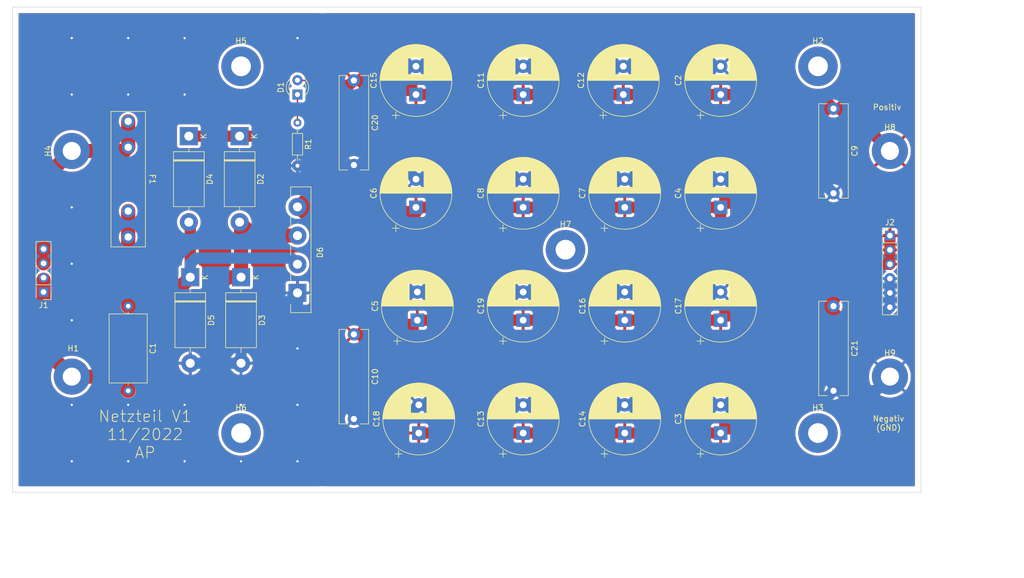
<source format=kicad_pcb>
(kicad_pcb (version 20240108) (generator "pcbnew") (generator_version "8.0")
  (title_block (title "Netzteilplatine") (date "2022-11-05") (rev "V1"))
  (layers (0 "F.Cu" signal) (31 "B.Cu" signal) (34 "B.Paste" user) (35 "F.Paste" user) (36 "B.SilkS" user "B.Silkscreen") (37 "F.SilkS" user "F.Silkscreen") (38 "B.Mask" user) (39 "F.Mask" user) (44 "Edge.Cuts" user))
  (net 0 "")
  (net 1 "Net-(C1-Pad1)")
  (net 2 "Net-(C1-Pad2)")
  (net 3 "VCC")
  (net 4 "GND")
  (net 5 "Net-(D1-Pad1)")
  (net 6 "Net-(F1-Pad1)")
  (footprint "Capacitor_THT:CP_Radial_D12.5mm_P5.00mm" (layer "F.Cu") (at 135 80 90)
    (property "Reference" "C19" (at 2.5 -7.5 90) (layer "F.SilkS"))
    (property "Value" "C_Polarized")
    (pad "1" thru_hole rect (at 0 0 90) (size 2.4 2.4) (drill 1.2) (layers "*.Cu" "*.Mask") (net 3 "VCC"))
    (pad "2" thru_hole circle (at 5 0 90) (size 2.4 2.4) (drill 1.2) (layers "*.Cu" "*.Mask") (net 4 "GND"))
  )
  (footprint "Capacitor_THT:CP_Radial_D12.5mm_P5.00mm" (layer "F.Cu") (at 170 100 90)
    (property "Reference" "C3" (at 2.5 -7.5 90) (layer "F.SilkS"))
    (property "Value" "C_Polarized")
    (pad "1" thru_hole rect (at 0 0 90) (size 2.4 2.4) (drill 1.2) (layers "*.Cu" "*.Mask") (net 3 "VCC"))
    (pad "2" thru_hole circle (at 5 0 90) (size 2.4 2.4) (drill 1.2) (layers "*.Cu" "*.Mask") (net 4 "GND"))
  )
  (footprint "Capacitor_THT:C_Rect_L16.5mm_W5.0mm_P15.00mm_MKT" (layer "F.Cu") (at 190 77.5 -90)
    (property "Reference" "C21" (at 7.5 -3.75 -90) (layer "F.SilkS"))
    (property "Value" "C_Polarized")
    (pad "1" thru_hole circle (at 0 0 270) (size 2.2 2.2) (drill 1.1) (layers "*.Cu" "*.Mask") (net 3 "VCC"))
    (pad "2" thru_hole circle (at 15 0 270) (size 2.2 2.2) (drill 1.1) (layers "*.Cu" "*.Mask") (net 4 "GND"))
  )
  (footprint "Diode_THT:D_DO-201AD_P15.24mm_Horizontal" (layer "F.Cu") (at 76 72.38 -90)
    (property "Reference" "D5" (at 7.62 -3.72 90) (layer "F.SilkS"))
    (property "Value" "1N5408")
    (fp_text user "K" (at 0 -2.6 90) (layer "F.SilkS"))
    (pad "1" thru_hole rect (at 0 0 270) (size 3.2 3.2) (drill 1.6) (layers "*.Cu" "*.Mask") (net 1 "Net-(C1-Pad1)"))
    (pad "2" thru_hole oval (at 15.24 0 270) (size 3.2 3.2) (drill 1.6) (layers "*.Cu" "*.Mask") (net 4 "GND"))
  )
  (footprint "Capacitor_THT:CP_Radial_D12.5mm_P5.00mm" (layer "F.Cu") (at 116.5 100 90)
    (property "Reference" "C18" (at 2.5 -7.5 90) (layer "F.SilkS"))
    (property "Value" "C_Polarized")
    (pad "1" thru_hole rect (at 0 0 90) (size 2.4 2.4) (drill 1.2) (layers "*.Cu" "*.Mask") (net 3 "VCC"))
    (pad "2" thru_hole circle (at 5 0 90) (size 2.4 2.4) (drill 1.2) (layers "*.Cu" "*.Mask") (net 4 "GND"))
  )
  (footprint "MountingHole:MountingHole_3.2mm_M3_Pad_TopBottom" (layer "F.Cu") (at 200 50)
    (property "Reference" "H8" (at 0 -4.2 0) (layer "F.SilkS"))
    (property "Value" "MountingHole_Pad")
    (pad "1" thru_hole circle (at 0 0) (size 3.6 3.6) (drill 3.2) (layers "*.Cu" "*.Mask") (net 3 "VCC"))
    (pad "1" connect circle (at 0 0) (size 6.4 6.4) (layers "F.Cu" "F.Mask") (net 3 "VCC"))
    (pad "1" connect circle (at 0 0) (size 6.4 6.4) (layers "B.Cu" "B.Mask") (net 3 "VCC"))
  )
  (footprint "Diode_THT:Diode_Bridge_Vishay_GBU" (layer "F.Cu") (at 95 75.16 90)
    (property "Reference" "D6" (at 7.16 4 90) (layer "F.SilkS"))
    (property "Value" "D_Bridge_-AA+")
    (pad "1" thru_hole rect (at 0 0 90) (size 3.2 3.2) (drill 1.6) (layers "*.Cu" "*.Mask") (net 4 "GND"))
    (pad "2" thru_hole circle (at 5.08 0 90) (size 3.2 3.2) (drill 1.6) (layers "*.Cu" "*.Mask") (net 1 "Net-(C1-Pad1)"))
    (pad "3" thru_hole circle (at 10.16 0 90) (size 3.2 3.2) (drill 1.6) (layers "*.Cu" "*.Mask") (net 2 "Net-(C1-Pad2)"))
    (pad "4" thru_hole circle (at 15.24 0 90) (size 3.2 3.2) (drill 1.6) (layers "*.Cu" "*.Mask") (net 3 "VCC"))
  )
  (footprint "Diode_THT:D_DO-201AD_P15.24mm_Horizontal" (layer "F.Cu") (at 84.75 47.38 -90)
    (property "Reference" "D2" (at 7.62 -3.72 90) (layer "F.SilkS"))
    (property "Value" "1N5408")
    (fp_text user "K" (at 0 -2.6 90) (layer "F.SilkS"))
    (pad "1" thru_hole rect (at 0 0 270) (size 3.2 3.2) (drill 1.6) (layers "*.Cu" "*.Mask") (net 3 "VCC"))
    (pad "2" thru_hole oval (at 15.24 0 270) (size 3.2 3.2) (drill 1.6) (layers "*.Cu" "*.Mask") (net 2 "Net-(C1-Pad2)"))
  )
  (footprint "Connector_PinHeader_2.54mm:PinHeader_1x06_P2.54mm_Vertical" (layer "F.Cu") (at 200 65)
    (property "Reference" "J2" (at 0 -2.33 0) (layer "F.SilkS"))
    (property "Value" "Conn_01x06_Female")
    (pad "1" thru_hole rect (at 0 0) (size 1.7 1.7) (drill 1) (layers "*.Cu" "*.Mask") (net 3 "VCC"))
    (pad "2" thru_hole oval (at 0 2.54) (size 1.7 1.7) (drill 1) (layers "*.Cu" "*.Mask") (net 3 "VCC"))
    (pad "3" thru_hole oval (at 0 5.08) (size 1.7 1.7) (drill 1) (layers "*.Cu" "*.Mask") (net 3 "VCC"))
    (pad "4" thru_hole oval (at 0 7.62) (size 1.7 1.7) (drill 1) (layers "*.Cu" "*.Mask") (net 4 "GND"))
    (pad "5" thru_hole oval (at 0 10.16) (size 1.7 1.7) (drill 1) (layers "*.Cu" "*.Mask") (net 4 "GND"))
    (pad "6" thru_hole oval (at 0 12.7) (size 1.7 1.7) (drill 1) (layers "*.Cu" "*.Mask") (net 4 "GND"))
  )
  (footprint "MountingHole:MountingHole_3.2mm_M3_Pad_TopBottom" (layer "F.Cu") (at 55 50 90)
    (property "Reference" "H4" (at 0 -4.2 90) (layer "F.SilkS"))
    (property "Value" "MountingHole_Pad")
    (pad "1" thru_hole circle (at 0 0 90) (size 3.6 3.6) (drill 3.2) (layers "*.Cu" "*.Mask") (net 6 "Net-(F1-Pad1)"))
    (pad "1" connect circle (at 0 0 90) (size 6.4 6.4) (layers "F.Cu" "F.Mask") (net 6 "Net-(F1-Pad1)"))
    (pad "1" connect circle (at 0 0 90) (size 6.4 6.4) (layers "B.Cu" "B.Mask") (net 6 "Net-(F1-Pad1)"))
  )
  (footprint "Resistor_THT:R_Axial_DIN0204_L3.6mm_D1.6mm_P7.62mm_Horizontal" (layer "F.Cu") (at 95 45 -90)
    (property "Reference" "R1" (at 3.81 -1.92 90) (layer "F.SilkS"))
    (property "Value" "R")
    (pad "1" thru_hole circle (at 0 0 270) (size 1.4 1.4) (drill 0.7) (layers "*.Cu" "*.Mask") (net 5 "Net-(D1-Pad1)"))
    (pad "2" thru_hole oval (at 7.62 0 270) (size 1.4 1.4) (drill 0.7) (layers "*.Cu" "*.Mask") (net 4 "GND"))
  )
  (footprint "Capacitor_THT:CP_Radial_D12.5mm_P5.00mm" (layer "F.Cu") (at 135 60 90)
    (property "Reference" "C8" (at 2.5 -7.5 90) (layer "F.SilkS"))
    (property "Value" "C_Polarized")
    (pad "1" thru_hole rect (at 0 0 90) (size 2.4 2.4) (drill 1.2) (layers "*.Cu" "*.Mask") (net 3 "VCC"))
    (pad "2" thru_hole circle (at 5 0 90) (size 2.4 2.4) (drill 1.2) (layers "*.Cu" "*.Mask") (net 4 "GND"))
  )
  (footprint "Capacitor_THT:C_Rect_L16.5mm_W5.0mm_P15.00mm_MKT" (layer "F.Cu") (at 105 37.5 -90)
    (property "Reference" "C20" (at 7.5 -3.75 -90) (layer "F.SilkS"))
    (property "Value" "C_Polarized")
    (pad "1" thru_hole circle (at 0 0 270) (size 2.2 2.2) (drill 1.1) (layers "*.Cu" "*.Mask") (net 3 "VCC"))
    (pad "2" thru_hole circle (at 15 0 270) (size 2.2 2.2) (drill 1.1) (layers "*.Cu" "*.Mask") (net 4 "GND"))
  )
  (footprint "Capacitor_THT:CP_Radial_D12.5mm_P5.00mm" (layer "F.Cu") (at 170 80 90)
    (property "Reference" "C17" (at 2.5 -7.5 90) (layer "F.SilkS"))
    (property "Value" "C_Polarized")
    (pad "1" thru_hole rect (at 0 0 90) (size 2.4 2.4) (drill 1.2) (layers "*.Cu" "*.Mask") (net 3 "VCC"))
    (pad "2" thru_hole circle (at 5 0 90) (size 2.4 2.4) (drill 1.2) (layers "*.Cu" "*.Mask") (net 4 "GND"))
  )
  (footprint "MountingHole:MountingHole_3.5mm_Pad" (layer "F.Cu") (at 187.25 35)
    (property "Reference" "H2" (at 0 -4.5 0) (layer "F.SilkS"))
    (property "Value" "MountingHole")
    (pad "1" thru_hole circle (at 0 0) (size 7 7) (drill 3.5) (layers "*.Cu" "*.Mask"))
  )
  (footprint "Capacitor_THT:CP_Radial_D12.5mm_P5.00mm" (layer "F.Cu") (at 116.25 80 90)
    (property "Reference" "C5" (at 2.5 -7.5 90) (layer "F.SilkS"))
    (property "Value" "C_Polarized")
    (pad "1" thru_hole rect (at 0 0 90) (size 2.4 2.4) (drill 1.2) (layers "*.Cu" "*.Mask") (net 3 "VCC"))
    (pad "2" thru_hole circle (at 5 0 90) (size 2.4 2.4) (drill 1.2) (layers "*.Cu" "*.Mask") (net 4 "GND"))
  )
  (footprint "MountingHole:MountingHole_3.5mm_Pad" (layer "F.Cu") (at 85 100)
    (property "Reference" "H6" (at 0 -4.5 0) (layer "F.SilkS"))
    (property "Value" "MountingHole")
    (pad "1" thru_hole circle (at 0 0) (size 7 7) (drill 3.5) (layers "*.Cu" "*.Mask"))
  )
  (footprint "Diode_THT:D_DO-201AD_P15.24mm_Horizontal" (layer "F.Cu") (at 85 72.38 -90)
    (property "Reference" "D3" (at 7.62 -3.72 90) (layer "F.SilkS"))
    (property "Value" "1N5408")
    (fp_text user "K" (at 0 -2.6 90) (layer "F.SilkS"))
    (pad "1" thru_hole rect (at 0 0 270) (size 3.2 3.2) (drill 1.6) (layers "*.Cu" "*.Mask") (net 2 "Net-(C1-Pad2)"))
    (pad "2" thru_hole oval (at 15.24 0 270) (size 3.2 3.2) (drill 1.6) (layers "*.Cu" "*.Mask") (net 4 "GND"))
  )
  (footprint "Capacitor_THT:CP_Radial_D12.5mm_P5.00mm" (layer "F.Cu") (at 153 80 90)
    (property "Reference" "C16" (at 2.5 -7.5 90) (layer "F.SilkS"))
    (property "Value" "C_Polarized")
    (pad "1" thru_hole rect (at 0 0 90) (size 2.4 2.4) (drill 1.2) (layers "*.Cu" "*.Mask") (net 3 "VCC"))
    (pad "2" thru_hole circle (at 5 0 90) (size 2.4 2.4) (drill 1.2) (layers "*.Cu" "*.Mask") (net 4 "GND"))
  )
  (footprint "MountingHole:MountingHole_3.5mm_Pad" (layer "F.Cu") (at 142.5 67.5)
    (property "Reference" "H7" (at 0 -4.5 0) (layer "F.SilkS"))
    (property "Value" "MountingHole")
    (pad "1" thru_hole circle (at 0 0) (size 7 7) (drill 3.5) (layers "*.Cu" "*.Mask"))
  )
  (footprint "Diode_THT:D_DO-201AD_P15.24mm_Horizontal" (layer "F.Cu") (at 75.75 47.38 -90)
    (property "Reference" "D4" (at 7.62 -3.72 90) (layer "F.SilkS"))
    (property "Value" "1N5408")
    (fp_text user "K" (at 0 -2.6 90) (layer "F.SilkS"))
    (pad "1" thru_hole rect (at 0 0 270) (size 3.2 3.2) (drill 1.6) (layers "*.Cu" "*.Mask") (net 3 "VCC"))
    (pad "2" thru_hole oval (at 15.24 0 270) (size 3.2 3.2) (drill 1.6) (layers "*.Cu" "*.Mask") (net 1 "Net-(C1-Pad1)"))
  )
  (footprint "Capacitor_THT:CP_Radial_D12.5mm_P5.00mm" (layer "F.Cu") (at 116 60 90)
    (property "Reference" "C6" (at 2.5 -7.5 90) (layer "F.SilkS"))
    (property "Value" "C_Polarized")
    (pad "1" thru_hole rect (at 0 0 90) (size 2.4 2.4) (drill 1.2) (layers "*.Cu" "*.Mask") (net 3 "VCC"))
    (pad "2" thru_hole circle (at 5 0 90) (size 2.4 2.4) (drill 1.2) (layers "*.Cu" "*.Mask") (net 4 "GND"))
  )
  (footprint "MountingHole:MountingHole_3.5mm_Pad" (layer "F.Cu") (at 85 35)
    (property "Reference" "H5" (at 0 -4.5 0) (layer "F.SilkS"))
    (property "Value" "MountingHole")
    (pad "1" thru_hole circle (at 0 0) (size 7 7) (drill 3.5) (layers "*.Cu" "*.Mask"))
  )
  (footprint "Capacitor_THT:C_Rect_L16.5mm_W5.0mm_P15.00mm_MKT" (layer "F.Cu") (at 190 42.5 -90)
    (property "Reference" "C9" (at 7.5 -3.75 -90) (layer "F.SilkS"))
    (property "Value" "C_Polarized")
    (pad "1" thru_hole circle (at 0 0 270) (size 2.2 2.2) (drill 1.1) (layers "*.Cu" "*.Mask") (net 3 "VCC"))
    (pad "2" thru_hole circle (at 15 0 270) (size 2.2 2.2) (drill 1.1) (layers "*.Cu" "*.Mask") (net 4 "GND"))
  )
  (footprint "MountingHole:MountingHole_3.2mm_M3_Pad_TopBottom" (layer "F.Cu") (at 200 90)
    (property "Reference" "H9" (at 0 -4.2 0) (layer "F.SilkS"))
    (property "Value" "MountingHole_Pad")
    (pad "1" thru_hole circle (at 0 0) (size 3.6 3.6) (drill 3.2) (layers "*.Cu" "*.Mask") (net 4 "GND"))
    (pad "1" connect circle (at 0 0) (size 6.4 6.4) (layers "F.Cu" "F.Mask") (net 4 "GND"))
    (pad "1" connect circle (at 0 0) (size 6.4 6.4) (layers "B.Cu" "B.Mask") (net 4 "GND"))
  )
  (footprint "LED_THT:LED_D3.0mm_Clear" (layer "F.Cu") (at 95 40 90)
    (property "Reference" "D1" (at 1.27 -2.96 90) (layer "F.SilkS"))
    (property "Value" "LED")
    (pad "1" thru_hole rect (at 0 0 90) (size 1.8 1.8) (drill 0.9) (layers "*.Cu" "*.Mask") (net 5 "Net-(D1-Pad1)"))
    (pad "2" thru_hole circle (at 2.54 0 90) (size 1.8 1.8) (drill 0.9) (layers "*.Cu" "*.Mask") (net 3 "VCC"))
  )
  (footprint "Capacitor_THT:CP_Radial_D12.5mm_P5.00mm" (layer "F.Cu") (at 116 40 90)
    (property "Reference" "C15" (at 2.5 -7.5 90) (layer "F.SilkS"))
    (property "Value" "C_Polarized")
    (pad "1" thru_hole rect (at 0 0 90) (size 2.4 2.4) (drill 1.2) (layers "*.Cu" "*.Mask") (net 3 "VCC"))
    (pad "2" thru_hole circle (at 5 0 90) (size 2.4 2.4) (drill 1.2) (layers "*.Cu" "*.Mask") (net 4 "GND"))
  )
  (footprint "Capacitor_THT:CP_Radial_D12.5mm_P5.00mm" (layer "F.Cu") (at 152.75 40 90)
    (property "Reference" "C12" (at 2.5 -7.5 90) (layer "F.SilkS"))
    (property "Value" "C_Polarized")
    (pad "1" thru_hole rect (at 0 0 90) (size 2.4 2.4) (drill 1.2) (layers "*.Cu" "*.Mask") (net 3 "VCC"))
    (pad "2" thru_hole circle (at 5 0 90) (size 2.4 2.4) (drill 1.2) (layers "*.Cu" "*.Mask") (net 4 "GND"))
  )
  (footprint "Capacitor_THT:CP_Radial_D12.5mm_P5.00mm" (layer "F.Cu") (at 153 100 90)
    (property "Reference" "C14" (at 2.5 -7.5 90) (layer "F.SilkS"))
    (property "Value" "C_Polarized")
    (pad "1" thru_hole rect (at 0 0 90) (size 2.4 2.4) (drill 1.2) (layers "*.Cu" "*.Mask") (net 3 "VCC"))
    (pad "2" thru_hole circle (at 5 0 90) (size 2.4 2.4) (drill 1.2) (layers "*.Cu" "*.Mask") (net 4 "GND"))
  )
  (footprint "Capacitor_THT:CP_Radial_D12.5mm_P5.00mm" (layer "F.Cu") (at 170 60 90)
    (property "Reference" "C4" (at 2.5 -7.5 90) (layer "F.SilkS"))
    (property "Value" "C_Polarized")
    (pad "1" thru_hole rect (at 0 0 90) (size 2.4 2.4) (drill 1.2) (layers "*.Cu" "*.Mask") (net 3 "VCC"))
    (pad "2" thru_hole circle (at 5 0 90) (size 2.4 2.4) (drill 1.2) (layers "*.Cu" "*.Mask") (net 4 "GND"))
  )
  (footprint "Capacitor_THT:CP_Radial_D12.5mm_P5.00mm" (layer "F.Cu") (at 135 40 90)
    (property "Reference" "C11" (at 2.5 -7.5 90) (layer "F.SilkS"))
    (property "Value" "C_Polarized")
    (pad "1" thru_hole rect (at 0 0 90) (size 2.4 2.4) (drill 1.2) (layers "*.Cu" "*.Mask") (net 3 "VCC"))
    (pad "2" thru_hole circle (at 5 0 90) (size 2.4 2.4) (drill 1.2) (layers "*.Cu" "*.Mask") (net 4 "GND"))
  )
  (footprint "Connector_PinHeader_2.54mm:PinHeader_1x04_P2.54mm_Vertical" (layer "F.Cu") (at 50 75 180)
    (property "Reference" "J1" (at 0 -2.33 0) (layer "F.SilkS"))
    (property "Value" "Conn_01x04_Female")
    (pad "1" thru_hole rect (at 0 0 180) (size 1.7 1.7) (drill 1) (layers "*.Cu" "*.Mask") (net 2 "Net-(C1-Pad2)"))
    (pad "2" thru_hole oval (at 0 2.54 180) (size 1.7 1.7) (drill 1) (layers "*.Cu" "*.Mask") (net 2 "Net-(C1-Pad2)"))
    (pad "3" thru_hole oval (at 0 5.08 180) (size 1.7 1.7) (drill 1) (layers "*.Cu" "*.Mask") (net 6 "Net-(F1-Pad1)"))
    (pad "4" thru_hole oval (at 0 7.62 180) (size 1.7 1.7) (drill 1) (layers "*.Cu" "*.Mask") (net 6 "Net-(F1-Pad1)"))
  )
  (footprint "Capacitor_THT:CP_Radial_D12.5mm_P5.00mm" (layer "F.Cu") (at 153 60 90)
    (property "Reference" "C7" (at 2.5 -7.5 90) (layer "F.SilkS"))
    (property "Value" "C_Polarized")
    (pad "1" thru_hole rect (at 0 0 90) (size 2.4 2.4) (drill 1.2) (layers "*.Cu" "*.Mask") (net 3 "VCC"))
    (pad "2" thru_hole circle (at 5 0 90) (size 2.4 2.4) (drill 1.2) (layers "*.Cu" "*.Mask") (net 4 "GND"))
  )
  (footprint "Capacitor_THT:CP_Radial_D12.5mm_P5.00mm" (layer "F.Cu") (at 135 100 90)
    (property "Reference" "C13" (at 2.5 -7.5 90) (layer "F.SilkS"))
    (property "Value" "C_Polarized")
    (pad "1" thru_hole rect (at 0 0 90) (size 2.4 2.4) (drill 1.2) (layers "*.Cu" "*.Mask") (net 3 "VCC"))
    (pad "2" thru_hole circle (at 5 0 90) (size 2.4 2.4) (drill 1.2) (layers "*.Cu" "*.Mask") (net 4 "GND"))
  )
  (footprint "MountingHole:MountingHole_3.5mm_Pad" (layer "F.Cu") (at 187.25 100)
    (property "Reference" "H3" (at 0 -4.5 0) (layer "F.SilkS"))
    (property "Value" "MountingHole")
    (pad "1" thru_hole circle (at 0 0) (size 7 7) (drill 3.5) (layers "*.Cu" "*.Mask"))
  )
  (footprint "MountingHole:MountingHole_3.2mm_M3_Pad_TopBottom" (layer "F.Cu") (at 55 90)
    (property "Reference" "H1" (at 0.25 -5 0) (layer "F.SilkS"))
    (property "Value" "MountingHole_Pad")
    (pad "1" thru_hole circle (at 0 0) (size 3.6 3.6) (drill 3.2) (layers "*.Cu" "*.Mask") (net 2 "Net-(C1-Pad2)"))
    (pad "1" connect circle (at 0 0) (size 6.4 6.4) (layers "F.Cu" "F.Mask") (net 2 "Net-(C1-Pad2)"))
    (pad "1" connect circle (at 0 0) (size 6.4 6.4) (layers "B.Cu" "B.Mask") (net 2 "Net-(C1-Pad2)"))
  )
  (footprint "Capacitor_THT:C_Rect_L16.5mm_W5.0mm_P15.00mm_MKT" (layer "F.Cu") (at 105 82.5 -90)
    (property "Reference" "C10" (at 7.5 -3.75 -90) (layer "F.SilkS"))
    (property "Value" "C_Polarized")
    (pad "1" thru_hole circle (at 0 0 270) (size 2.2 2.2) (drill 1.1) (layers "*.Cu" "*.Mask") (net 3 "VCC"))
    (pad "2" thru_hole circle (at 15 0 270) (size 2.2 2.2) (drill 1.1) (layers "*.Cu" "*.Mask") (net 4 "GND"))
  )
  (footprint "Capacitor_THT:CP_Radial_D12.5mm_P5.00mm" (layer "F.Cu") (at 170 40 90)
    (property "Reference" "C2" (at 2.5 -7.5 90) (layer "F.SilkS"))
    (property "Value" "C_Polarized")
    (pad "1" thru_hole rect (at 0 0 90) (size 2.4 2.4) (drill 1.2) (layers "*.Cu" "*.Mask") (net 3 "VCC"))
    (pad "2" thru_hole circle (at 5 0 90) (size 2.4 2.4) (drill 1.2) (layers "*.Cu" "*.Mask") (net 4 "GND"))
  )
  (footprint "Fuse:Fuseholder_Littelfuse_100_series_5x20mm" (layer "F.Cu") (at 65 44.75 -90)
    (property "Reference" "F1" (at 10.25 -4.3 -90) (layer "F.SilkS"))
    (property "Value" "Fuse")
    (pad "1" thru_hole circle (at 0 0 270) (size 2.3 2.3) (drill 1.3) (layers "*.Cu" "*.Mask") (net 6 "Net-(F1-Pad1)"))
    (pad "1" thru_hole circle (at 4.6 0 270) (size 2.3 2.3) (drill 1.3) (layers "*.Cu" "*.Mask") (net 6 "Net-(F1-Pad1)"))
    (pad "2" thru_hole circle (at 15.9 0 270) (size 2.3 2.3) (drill 1.3) (layers "*.Cu" "*.Mask") (net 1 "Net-(C1-Pad1)"))
    (pad "2" thru_hole circle (at 20.5 0 270) (size 2.3 2.3) (drill 1.3) (layers "*.Cu" "*.Mask") (net 1 "Net-(C1-Pad1)"))
  )
  (footprint "Capacitor_THT:C_Axial_L12.0mm_D6.5mm_P15.00mm_Horizontal" (layer "F.Cu") (at 65 77.5 -90)
    (property "Reference" "C1" (at 7.5 -4.37 90) (layer "F.SilkS"))
    (property "Value" "C_Small")
    (pad "1" thru_hole circle (at 0 0 270) (size 1.6 1.6) (drill 0.8) (layers "*.Cu" "*.Mask") (net 1 "Net-(C1-Pad1)"))
    (pad "2" thru_hole oval (at 15 0 270) (size 1.6 1.6) (drill 0.8) (layers "*.Cu" "*.Mask") (net 2 "Net-(C1-Pad2)"))
  )
  (gr_line (start 205.5 24.5) (end 44.5 24.5) (stroke (width 0.1)) (layer "Edge.Cuts"))
  (gr_line (start 205.5 110.5) (end 205.5 24.5) (stroke (width 0.1)) (layer "Edge.Cuts"))
  (gr_line (start 44.5 110.5) (end 205.5 110.5) (stroke (width 0.1)) (layer "Edge.Cuts"))
  (gr_line (start 44.5 24.5) (end 44.5 110.5) (stroke (width 0.1)) (layer "Edge.Cuts"))
  (gr_text "Netzteil V1\n11/2022\nAP" (at 68 100.25 0) (layer "F.SilkS") (effects (font (size 2 2))))
  (gr_text "Negativ\n(GND)" (at 199.75 98.25 0) (layer "F.SilkS") (effects (font (size 1 1))))
  (gr_text "Positiv" (at 199.5 42.25 0) (layer "F.SilkS") (effects (font (size 1 1))))
  (segment (start 70.88 77.5) (end 76 72.38) (width 2.5) (layer "F.Cu") (net 1))
  (segment (start 65 77.5) (end 70.88 77.5) (width 2.5) (layer "F.Cu") (net 1))
  (segment (start 65 60.65) (end 65 65.25) (width 2.5) (layer "F.Cu") (net 1))
  (segment (start 76 62.87) (end 75.75 62.62) (width 2) (layer "F.Cu") (net 1))
  (segment (start 65 65.25) (end 65 77.5) (width 2.5) (layer "F.Cu") (net 1))
  (segment (start 76 72.38) (end 76 62.87) (width 2) (layer "F.Cu") (net 1))
  (segment (start 77 69) (end 93.92 69) (width 2) (layer "B.Cu") (net 1))
  (segment (start 76 72.38) (end 76 70) (width 2) (layer "B.Cu") (net 1))
  (segment (start 76 70) (end 77 69) (width 2) (layer "B.Cu") (net 1))
  (segment (start 93.92 69) (end 95 70.08) (width 2) (layer "B.Cu") (net 1))
  (segment (start 65 90) (end 82.62 72.38) (width 2.5) (layer "F.Cu") (net 2))
  (segment (start 50 75) (end 50 85) (width 2.5) (layer "F.Cu") (net 2))
  (segment (start 82.62 72.38) (end 85 72.38) (width 2.5) (layer "F.Cu") (net 2))
  (segment (start 85 62.87) (end 84.75 62.62) (width 2.5) (layer "F.Cu") (net 2))
  (segment (start 85 72.38) (end 85 62.87) (width 2.5) (layer "F.Cu") (net 2))
  (segment (start 65 92.5) (end 65 90) (width 2.5) (layer "F.Cu") (net 2))
  (segment (start 50 85) (end 55 90) (width 2.5) (layer "F.Cu") (net 2))
  (segment (start 62.5 90) (end 65 92.5) (width 2.5) (layer "F.Cu") (net 2))
  (segment (start 50 75) (end 50 72.82) (width 2.5) (layer "F.Cu") (net 2))
  (segment (start 87.13 65) (end 95 65) (width 2.5) (layer "F.Cu") (net 2))
  (segment (start 84.75 62.62) (end 87.13 65) (width 2.5) (layer "F.Cu") (net 2))
  (segment (start 55 90) (end 62.5 90) (width 2.5) (layer "F.Cu") (net 2))
  (segment (start 95 59.92) (end 95 60) (width 2) (layer "F.Cu") (net 3))
  (segment (start 170 66.75) (end 180.75 77.5) (width 2) (layer "F.Cu") (net 3))
  (segment (start 105 37.5) (end 95.04 37.5) (width 0.25) (layer "F.Cu") (net 3))
  (segment (start 101.5 44) (end 101.5 45.26) (width 2) (layer "F.Cu") (net 3))
  (segment (start 135 40) (end 152.75 40) (width 2) (layer "F.Cu") (net 3))
  (segment (start 200 65) (end 200 67.54) (width 2) (layer "F.Cu") (net 3))
  (segment (start 101.5 49.5) (end 101.5 47.75) (width 2) (layer "F.Cu") (net 3))
  (segment (start 180.75 77.5) (end 172.5 77.5) (width 2) (layer "F.Cu") (net 3))
  (segment (start 95 59.92) (end 98.92 56) (width 2) (layer "F.Cu") (net 3))
  (segment (start 190 75) (end 194.92 70.08) (width 2) (layer "F.Cu") (net 3))
  (segment (start 101.5 53.42) (end 101.5 49.5) (width 2) (layer "F.Cu") (net 3))
  (segment (start 190 77.5) (end 190 75) (width 2) (layer "F.Cu") (net 3))
  (segment (start 95 60) (end 96 61) (width 2) (layer "F.Cu") (net 3))
  (segment (start 187.5 42.5) (end 190 42.5) (width 2) (layer "F.Cu") (net 3))
  (segment (start 135 100) (end 153 100) (width 2) (layer "F.Cu") (net 3))
  (segment (start 153 80) (end 135 80) (width 2) (layer "F.Cu") (net 3))
  (segment (start 113.75 82.5) (end 116.25 80) (width 2) (layer "F.Cu") (net 3))
  (segment (start 192.5 42.5) (end 200 50) (width 2) (layer "F.Cu") (net 3))
  (segment (start 116 60) (end 135 60) (width 2) (layer "F.Cu") (net 3))
  (segment (start 113.5 37.5) (end 116 40) (width 2) (layer "F.Cu") (net 3))
  (segment (start 116 40) (end 135 40) (width 2) (layer "F.Cu") (net 3))
  (segment (start 96.92 58) (end 105 58) (width 2) (layer "F.Cu") (net 3))
  (segment (start 153 60) (end 170 60) (width 2) (layer "F.Cu") (net 3))
  (segment (start 116 61) (end 116 60) (width 2) (layer "F.Cu") (net 3))
  (segment (start 95 59.92) (end 96.92 58) (width 2) (layer "F.Cu") (net 3))
  (segment (start 105 37.5) (end 113.5 37.5) (width 2) (layer "F.Cu") (net 3))
  (segment (start 101.5 45.26) (end 99.38 47.38) (width 2) (layer "F.Cu") (net 3))
  (segment (start 172.5 77.5) (end 170 80) (width 2) (layer "F.Cu") (net 3))
  (segment (start 170 60) (end 187.5 42.5) (width 2) (layer "F.Cu") (net 3))
  (segment (start 95 59.92) (end 101.5 53.42) (width 2) (layer "F.Cu") (net 3))
  (segment (start 170 60) (end 170 66.75) (width 2) (layer "F.Cu") (net 3))
  (segment (start 101.5 47.75) (end 101.5 44) (width 2) (layer "F.Cu") (net 3))
  (segment (start 100.92 58) (end 104 58) (width 2) (layer "F.Cu") (net 3))
  (segment (start 135 60) (end 153 60) (width 2) (layer "F.Cu") (net 3))
  (segment (start 170 100) (end 181.75 88.25) (width 2) (layer "F.Cu") (net 3))
  (segment (start 170 40) (end 187.5 40) (width 2) (layer "F.Cu") (net 3))
  (segment (start 98.92 56) (end 102 56) (width 2) (layer "F.Cu") (net 3))
  (segment (start 98.92 60) (end 100.92 58) (width 2) (layer "F.Cu") (net 3))
  (segment (start 96 61) (end 115 61) (width 2) (layer "F.Cu") (net 3))
  (segment (start 152.75 40) (end 170 40) (width 2) (layer "F.Cu") (net 3))
  (segment (start 115 61) (end 116 60) (width 2) (layer "F.Cu") (net 3))
  (segment (start 101.5 44) (end 101.5 41) (width 2) (layer "F.Cu") (net 3))
  (segment (start 190 88.25) (end 190 77.5) (width 2) (layer "F.Cu") (net 3))
  (segment (start 190 77.5) (end 180.75 77.5) (width 2) (layer "F.Cu") (net 3))
  (segment (start 181.75 88.25) (end 190 88.25) (width 2) (layer "F.Cu") (net 3))
  (segment (start 200 67.54) (end 200 70.08) (width 2) (layer "F.Cu") (net 3))
  (segment (start 101.5 41) (end 105 37.5) (width 2) (layer "F.Cu") (net 3))
  (segment (start 153 100) (end 170 100) (width 2) (layer "F.Cu") (net 3))
  (segment (start 96.92 58) (end 98.92 60) (width 2) (layer "F.Cu") (net 3))
  (segment (start 105 82.5) (end 113.75 82.5) (width 2) (layer "F.Cu") (net 3))
  (segment (start 170 80) (end 153 80) (width 2) (layer "F.Cu") (net 3))
  (segment (start 101.5 49.5) (end 99.38 47.38) (width 2) (layer "F.Cu") (net 3))
  (segment (start 194.92 70.08) (end 200 70.08) (width 2) (layer "F.Cu") (net 3))
  (segment (start 95 59.92) (end 104.92 59.92) (width 2) (layer "F.Cu") (net 3))
  (segment (start 84.75 47.38) (end 99.38 47.38) (width 2) (layer "F.Cu") (net 3))
  (segment (start 187.5 40) (end 190 42.5) (width 2) (layer "F.Cu") (net 3))
  (segment (start 95.04 37.5) (end 95 37.46) (width 0.25) (layer "F.Cu") (net 3))
  (segment (start 190 42.5) (end 192.5 42.5) (width 2) (layer "F.Cu") (net 3))
  (segment (start 116.5 100) (end 135 100) (width 2) (layer "F.Cu") (net 3))
  (segment (start 101.13 47.38) (end 101.5 47.75) (width 2) (layer "F.Cu") (net 3))
  (segment (start 99.38 47.38) (end 101.13 47.38) (width 2) (layer "F.Cu") (net 3))
  (segment (start 75.75 47.38) (end 84.75 47.38) (width 2) (layer "F.Cu") (net 3))
  (segment (start 135 80) (end 116.25 80) (width 2) (layer "F.Cu") (net 3))
  (via (at 95 85) (size 0.8) (drill 0.4) (layers "F.Cu" "B.Cu") (net 4))
  (via (at 55 95) (size 0.8) (drill 0.4) (layers "F.Cu" "B.Cu") (net 4))
  (via (at 55 30) (size 0.8) (drill 0.4) (layers "F.Cu" "B.Cu") (net 4))
  (via (at 75 40) (size 0.8) (drill 0.4) (layers "F.Cu" "B.Cu") (net 4))
  (via (at 85 105) (size 0.8) (drill 0.4) (layers "F.Cu" "B.Cu") (net 4))
  (via (at 75 105) (size 0.8) (drill 0.4) (layers "F.Cu" "B.Cu") (net 4))
  (via (at 95 105) (size 0.8) (drill 0.4) (layers "F.Cu" "B.Cu") (net 4))
  (via (at 65 95) (size 0.8) (drill 0.4) (layers "F.Cu" "B.Cu") (net 4))
  (via (at 95 30) (size 0.8) (drill 0.4) (layers "F.Cu" "B.Cu") (net 4))
  (via (at 85 95) (size 0.8) (drill 0.4) (layers "F.Cu" "B.Cu") (net 4))
  (via (at 65 30) (size 0.8) (drill 0.4) (layers "F.Cu" "B.Cu") (net 4))
  (via (at 55 70) (size 0.8) (drill 0.4) (layers "F.Cu" "B.Cu") (net 4))
  (via (at 65 105) (size 0.8) (drill 0.4) (layers "F.Cu" "B.Cu") (net 4))
  (via (at 75 95) (size 0.8) (drill 0.4) (layers "F.Cu" "B.Cu") (net 4))
  (via (at 55 40) (size 0.8) (drill 0.4) (layers "F.Cu" "B.Cu") (net 4))
  (via (at 55 105) (size 0.8) (drill 0.4) (layers "F.Cu" "B.Cu") (net 4))
  (via (at 55 80) (size 0.8) (drill 0.4) (layers "F.Cu" "B.Cu") (net 4))
  (via (at 95 95) (size 0.8) (drill 0.4) (layers "F.Cu" "B.Cu") (net 4))
  (via (at 55 60) (size 0.8) (drill 0.4) (layers "F.Cu" "B.Cu") (net 4))
  (via (at 65 40) (size 0.8) (drill 0.4) (layers "F.Cu" "B.Cu") (net 4))
  (via (at 75 30) (size 0.8) (drill 0.4) (layers "F.Cu" "B.Cu") (net 4))
  (segment (start 95 52.62) (end 99.13 52.62) (width 2) (layer "B.Cu") (net 4))
  (segment (start 116.25 75) (end 153 75) (width 2) (layer "B.Cu") (net 4))
  (segment (start 105 52.5) (end 105 70.75) (width 2) (layer "B.Cu") (net 4))
  (segment (start 76 87.62) (end 85 87.62) (width 2) (layer "B.Cu") (net 4))
  (segment (start 116 35) (end 102 35) (width 2) (layer "B.Cu") (net 4))
  (segment (start 105 97.5) (end 114 97.5) (width 2) (layer "B.Cu") (net 4))
  (segment (start 113.5 52.5) (end 116 55) (width 2) (layer "B.Cu") (net 4))
  (segment (start 135 55) (end 153 55) (width 2) (layer "B.Cu") (net 4))
  (segment (start 105 52.5) (end 113.5 52.5) (width 2) (layer "B.Cu") (net 4))
  (segment (start 197.5 92.5) (end 200 90) (width 2) (layer "B.Cu") (net 4))
  (segment (start 109.25 75) (end 116.25 75) (width 2) (layer "B.Cu") (net 4))
  (segment (start 153 95) (end 170 95) (width 2) (layer "B.Cu") (net 4))
  (segment (start 187.5 95) (end 190 92.5) (width 2) (layer "B.Cu") (net 4))
  (segment (start 153 55) (end 170 55) (width 2) (layer "B.Cu") (net 4))
  (segment (start 105 90) (end 95 80) (width 2) (layer "B.Cu") (net 4))
  (segment (start 135 35) (end 116 35) (width 2) (layer "B.Cu") (net 4))
  (segment (start 170 35) (end 152.75 35) (width 2) (layer "B.Cu") (net 4))
  (segment (start 190 87.7) (end 200 77.7) (width 2) (layer "B.Cu") (net 4))
  (segment (start 99.13 37.87) (end 99.13 52.62) (width 2) (layer "B.Cu") (net 4))
  (segment (start 95 80) (end 95 75.16) (width 2) (layer "B.Cu") (net 4))
  (segment (start 85 87.62) (end 85 85.16) (width 2) (layer "B.Cu") (net 4))
  (segment (start 170 95) (end 187.5 95) (width 2) (layer "B.Cu") (net 4))
  (segment (start 152.75 35) (end 135 35) (width 2) (layer "B.Cu") (net 4))
  (segment (start 116 55) (end 135 55) (width 2) (layer "B.Cu") (net 4))
  (segment (start 200 72.62) (end 200 75.16) (width 2) (layer "B.Cu") (net 4))
  (segment (start 105 97.5) (end 105 90) (width 2) (layer "B.Cu") (net 4))
  (segment (start 104.88 52.62) (end 105 52.5) (width 2) (layer "B.Cu") (net 4))
  (segment (start 187.5 55) (end 190 57.5) (width 2) (layer "B.Cu") (net 4))
  (segment (start 105 70.75) (end 109.25 75) (width 2) (layer "B.Cu") (net 4))
  (segment (start 153 75) (end 170 75) (width 2) (layer "B.Cu") (net 4))
  (segment (start 114 97.5) (end 116.5 95) (width 2) (layer "B.Cu") (net 4))
  (segment (start 99.13 52.62) (end 104.88 52.62) (width 2) (layer "B.Cu") (net 4))
  (segment (start 200 75.16) (end 200 77.7) (width 2) (layer "B.Cu") (net 4))
  (segment (start 116.5 95) (end 135 95) (width 2) (layer "B.Cu") (net 4))
  (segment (start 102 35) (end 99.13 37.87) (width 2) (layer "B.Cu") (net 4))
  (segment (start 135 95) (end 153 95) (width 2) (layer "B.Cu") (net 4))
  (segment (start 190 92.5) (end 190 87.7) (width 2) (layer "B.Cu") (net 4))
  (segment (start 190 92.5) (end 197.5 92.5) (width 2) (layer "B.Cu") (net 4))
  (segment (start 85 85.16) (end 95 75.16) (width 2) (layer "B.Cu") (net 4))
  (segment (start 170 55) (end 187.5 55) (width 2) (layer "B.Cu") (net 4))
  (segment (start 95 40) (end 95 45) (width 0.25) (layer "F.Cu") (net 5))
  (segment (start 65 49.35) (end 65 44.75) (width 2.5) (layer "F.Cu") (net 6))
  (segment (start 64.35 50) (end 65 49.35) (width 2.5) (layer "F.Cu") (net 6))
  (segment (start 50 55) (end 55 50) (width 2.5) (layer "F.Cu") (net 6))
  (segment (start 55 50) (end 64.35 50) (width 2.5) (layer "F.Cu") (net 6))
  (segment (start 50 69.92) (end 50 55) (width 2.5) (layer "F.Cu") (net 6))
  (zone (net 4) (net_name "GND") (layer "F.Cu") (connect_pads (clearance 0.508)) (min_thickness 0.254) (fill yes (thermal_gap 0.508) (thermal_bridge_width 0.508))
    (polygon (pts (xy 99 53.25) (xy 92.697131 57) (xy 92.622194 62) (xy 99 64) (xy 99 88.747096) (xy 99 110.247096) (xy 43.75 110.997096) (xy 43.75 23.747096) (xy 99 23.247096)))
  )
  (zone (net 3) (net_name "VCC") (layer "F.Cu") (connect_pads (clearance 0.508)) (min_thickness 0.254) (fill yes (thermal_gap 0.508) (thermal_bridge_width 0.508))
    (polygon (pts (xy 215 110) (xy 100 110) (xy 100 25) (xy 215 25)))
  )
  (zone (net 4) (net_name "GND") (layer "B.Cu") (connect_pads (clearance 0.508)) (min_thickness 0.254) (fill yes (thermal_gap 0.508) (thermal_bridge_width 0.508))
    (polygon (pts (xy 205 110) (xy 45 110) (xy 45 25) (xy 205 25)))
  )
)
</source>
